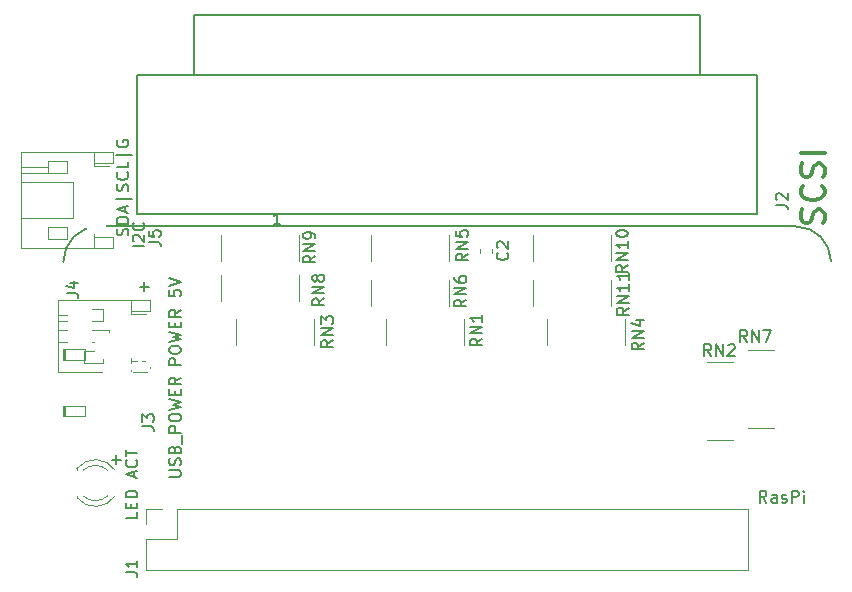
<source format=gto>
G04 #@! TF.GenerationSoftware,KiCad,Pcbnew,(5.1.4-0-10_14)*
G04 #@! TF.CreationDate,2020-05-16T17:54:32+09:00*
G04 #@! TF.ProjectId,scsiemu,73637369-656d-4752-9e6b-696361645f70,rev?*
G04 #@! TF.SameCoordinates,Original*
G04 #@! TF.FileFunction,Legend,Top*
G04 #@! TF.FilePolarity,Positive*
%FSLAX46Y46*%
G04 Gerber Fmt 4.6, Leading zero omitted, Abs format (unit mm)*
G04 Created by KiCad (PCBNEW (5.1.4-0-10_14)) date 2020-05-16 17:54:32*
%MOMM*%
%LPD*%
G04 APERTURE LIST*
%ADD10C,0.150000*%
%ADD11C,0.200000*%
%ADD12C,0.300000*%
%ADD13C,0.120000*%
%ADD14C,0.100000*%
%ADD15C,1.000000*%
%ADD16C,1.100000*%
%ADD17C,0.350000*%
%ADD18C,0.700000*%
%ADD19O,4.352000X6.132000*%
%ADD20C,1.502000*%
%ADD21C,2.302000*%
%ADD22C,1.052000*%
%ADD23R,1.802000X1.802000*%
%ADD24O,1.802000X1.802000*%
%ADD25R,1.902000X1.902000*%
%ADD26C,1.902000*%
%ADD27R,0.532000X0.862000*%
%ADD28R,0.862000X0.532000*%
%ADD29R,2.652000X0.502000*%
%ADD30R,2.102000X2.202000*%
%ADD31R,2.002000X3.102000*%
%ADD32C,1.302000*%
%ADD33O,1.852000X1.302000*%
G04 APERTURE END LIST*
D10*
X107005428Y-100647452D02*
X107005428Y-99885547D01*
X107386380Y-100266500D02*
X106624476Y-100266500D01*
D11*
X102500000Y-83500000D02*
G75*
G02X105500000Y-80500000I3000000J0D01*
G01*
X164500000Y-80500000D02*
G75*
G02X167500000Y-83500000I0J-3000000D01*
G01*
D12*
X166862023Y-80216000D02*
X166957261Y-79930285D01*
X166957261Y-79454095D01*
X166862023Y-79263619D01*
X166766785Y-79168380D01*
X166576309Y-79073142D01*
X166385833Y-79073142D01*
X166195357Y-79168380D01*
X166100119Y-79263619D01*
X166004880Y-79454095D01*
X165909642Y-79835047D01*
X165814404Y-80025523D01*
X165719166Y-80120761D01*
X165528690Y-80216000D01*
X165338214Y-80216000D01*
X165147738Y-80120761D01*
X165052500Y-80025523D01*
X164957261Y-79835047D01*
X164957261Y-79358857D01*
X165052500Y-79073142D01*
X166766785Y-77073142D02*
X166862023Y-77168380D01*
X166957261Y-77454095D01*
X166957261Y-77644571D01*
X166862023Y-77930285D01*
X166671547Y-78120761D01*
X166481071Y-78216000D01*
X166100119Y-78311238D01*
X165814404Y-78311238D01*
X165433452Y-78216000D01*
X165242976Y-78120761D01*
X165052500Y-77930285D01*
X164957261Y-77644571D01*
X164957261Y-77454095D01*
X165052500Y-77168380D01*
X165147738Y-77073142D01*
X166862023Y-76311238D02*
X166957261Y-76025523D01*
X166957261Y-75549333D01*
X166862023Y-75358857D01*
X166766785Y-75263619D01*
X166576309Y-75168380D01*
X166385833Y-75168380D01*
X166195357Y-75263619D01*
X166100119Y-75358857D01*
X166004880Y-75549333D01*
X165909642Y-75930285D01*
X165814404Y-76120761D01*
X165719166Y-76216000D01*
X165528690Y-76311238D01*
X165338214Y-76311238D01*
X165147738Y-76216000D01*
X165052500Y-76120761D01*
X164957261Y-75930285D01*
X164957261Y-75454095D01*
X165052500Y-75168380D01*
X166957261Y-74311238D02*
X164957261Y-74311238D01*
D11*
X164500000Y-80500000D02*
X105500000Y-80500000D01*
D10*
X107973761Y-81263619D02*
X108021380Y-81120761D01*
X108021380Y-80882666D01*
X107973761Y-80787428D01*
X107926142Y-80739809D01*
X107830904Y-80692190D01*
X107735666Y-80692190D01*
X107640428Y-80739809D01*
X107592809Y-80787428D01*
X107545190Y-80882666D01*
X107497571Y-81073142D01*
X107449952Y-81168380D01*
X107402333Y-81216000D01*
X107307095Y-81263619D01*
X107211857Y-81263619D01*
X107116619Y-81216000D01*
X107069000Y-81168380D01*
X107021380Y-81073142D01*
X107021380Y-80835047D01*
X107069000Y-80692190D01*
X108021380Y-80263619D02*
X107021380Y-80263619D01*
X107021380Y-80025523D01*
X107069000Y-79882666D01*
X107164238Y-79787428D01*
X107259476Y-79739809D01*
X107449952Y-79692190D01*
X107592809Y-79692190D01*
X107783285Y-79739809D01*
X107878523Y-79787428D01*
X107973761Y-79882666D01*
X108021380Y-80025523D01*
X108021380Y-80263619D01*
X107735666Y-79311238D02*
X107735666Y-78835047D01*
X108021380Y-79406476D02*
X107021380Y-79073142D01*
X108021380Y-78739809D01*
X108354714Y-78168380D02*
X106926142Y-78168380D01*
X107973761Y-77501714D02*
X108021380Y-77358857D01*
X108021380Y-77120761D01*
X107973761Y-77025523D01*
X107926142Y-76977904D01*
X107830904Y-76930285D01*
X107735666Y-76930285D01*
X107640428Y-76977904D01*
X107592809Y-77025523D01*
X107545190Y-77120761D01*
X107497571Y-77311238D01*
X107449952Y-77406476D01*
X107402333Y-77454095D01*
X107307095Y-77501714D01*
X107211857Y-77501714D01*
X107116619Y-77454095D01*
X107069000Y-77406476D01*
X107021380Y-77311238D01*
X107021380Y-77073142D01*
X107069000Y-76930285D01*
X107926142Y-75930285D02*
X107973761Y-75977904D01*
X108021380Y-76120761D01*
X108021380Y-76216000D01*
X107973761Y-76358857D01*
X107878523Y-76454095D01*
X107783285Y-76501714D01*
X107592809Y-76549333D01*
X107449952Y-76549333D01*
X107259476Y-76501714D01*
X107164238Y-76454095D01*
X107069000Y-76358857D01*
X107021380Y-76216000D01*
X107021380Y-76120761D01*
X107069000Y-75977904D01*
X107116619Y-75930285D01*
X108021380Y-75025523D02*
X108021380Y-75501714D01*
X107021380Y-75501714D01*
X108354714Y-74454095D02*
X106926142Y-74454095D01*
X107069000Y-73216000D02*
X107021380Y-73311238D01*
X107021380Y-73454095D01*
X107069000Y-73596952D01*
X107164238Y-73692190D01*
X107259476Y-73739809D01*
X107449952Y-73787428D01*
X107592809Y-73787428D01*
X107783285Y-73739809D01*
X107878523Y-73692190D01*
X107973761Y-73596952D01*
X108021380Y-73454095D01*
X108021380Y-73358857D01*
X107973761Y-73216000D01*
X107926142Y-73168380D01*
X107592809Y-73168380D01*
X107592809Y-73358857D01*
D11*
X108966047Y-85605928D02*
X109727952Y-85605928D01*
X109347000Y-85986880D02*
X109347000Y-85224976D01*
X120872214Y-80335380D02*
X120300785Y-80335380D01*
X120586500Y-80335380D02*
X120586500Y-79335380D01*
X120491261Y-79478238D01*
X120396023Y-79573476D01*
X120300785Y-79621095D01*
X113600000Y-67691200D02*
X113600000Y-62581200D01*
X156400000Y-67691200D02*
X156400000Y-62581200D01*
X156400000Y-62581200D02*
X113600000Y-62581200D01*
X108775000Y-79451200D02*
X108775000Y-67691200D01*
X161225000Y-79451200D02*
X161225000Y-67691200D01*
X161225000Y-79451200D02*
X108775000Y-79451200D01*
X161225000Y-67691200D02*
X108775000Y-67691200D01*
D13*
X137793000Y-82378733D02*
X137793000Y-82721267D01*
X138813000Y-82378733D02*
X138813000Y-82721267D01*
X109541000Y-109597500D02*
X109541000Y-106997500D01*
X109541000Y-109597500D02*
X160461000Y-109597500D01*
X160461000Y-109597500D02*
X160461000Y-104397500D01*
X112141000Y-104397500D02*
X160461000Y-104397500D01*
X112141000Y-106997500D02*
X112141000Y-104397500D01*
X109541000Y-106997500D02*
X112141000Y-106997500D01*
X109541000Y-104397500D02*
X110871000Y-104397500D01*
X109541000Y-105727500D02*
X109541000Y-104397500D01*
X106891835Y-101156392D02*
G75*
G03X103659500Y-100999484I-1672335J-1078608D01*
G01*
X106891835Y-103313608D02*
G75*
G02X103659500Y-103470516I-1672335J1078608D01*
G01*
X106260630Y-101155163D02*
G75*
G03X104178539Y-101155000I-1041130J-1079837D01*
G01*
X106260630Y-103314837D02*
G75*
G02X104178539Y-103315000I-1041130J1079837D01*
G01*
X103659500Y-100999000D02*
X103659500Y-101155000D01*
X103659500Y-103315000D02*
X103659500Y-103471000D01*
X129859500Y-88308000D02*
X129859500Y-90508000D01*
X136459500Y-88308000D02*
X136459500Y-90508000D01*
X159215000Y-98550000D02*
X157015000Y-98550000D01*
X159215000Y-91950000D02*
X157015000Y-91950000D01*
X117159500Y-88371500D02*
X117159500Y-90571500D01*
X123759500Y-88371500D02*
X123759500Y-90571500D01*
X150048500Y-88308000D02*
X150048500Y-90508000D01*
X143448500Y-88308000D02*
X143448500Y-90508000D01*
X128589500Y-81196000D02*
X128589500Y-83396000D01*
X135189500Y-81196000D02*
X135189500Y-83396000D01*
X135189500Y-85069500D02*
X135189500Y-87269500D01*
X128589500Y-85069500D02*
X128589500Y-87269500D01*
X160444000Y-90934000D02*
X162644000Y-90934000D01*
X160444000Y-97534000D02*
X162644000Y-97534000D01*
X122489500Y-86825000D02*
X122489500Y-84625000D01*
X115889500Y-86825000D02*
X115889500Y-84625000D01*
X115889500Y-83396000D02*
X115889500Y-81196000D01*
X122489500Y-83396000D02*
X122489500Y-81196000D01*
X148842000Y-81196000D02*
X148842000Y-83396000D01*
X142242000Y-81196000D02*
X142242000Y-83396000D01*
X142242000Y-85069500D02*
X142242000Y-87269500D01*
X148842000Y-85069500D02*
X148842000Y-87269500D01*
D14*
X102436000Y-95676000D02*
X102436000Y-96526000D01*
X102436000Y-90926000D02*
X102436000Y-91776000D01*
X102456000Y-95676000D02*
X102456000Y-96526000D01*
X102546000Y-95676000D02*
X102546000Y-96526000D01*
X102546000Y-90926000D02*
X102546000Y-91776000D01*
X102456000Y-90926000D02*
X102456000Y-91776000D01*
X102636000Y-95676000D02*
X102636000Y-96526000D01*
X102636000Y-90926000D02*
X102636000Y-91776000D01*
X104316000Y-95676000D02*
X104316000Y-96526000D01*
X102436000Y-96526000D02*
X104316000Y-96526000D01*
X102436000Y-95676000D02*
X104316000Y-95676000D01*
X104316000Y-90926000D02*
X104316000Y-91776000D01*
X102436000Y-90926000D02*
X104316000Y-90926000D01*
X102436000Y-91776000D02*
X104316000Y-91776000D01*
D13*
X108254500Y-87913000D02*
X108254500Y-87633000D01*
X108254500Y-87633000D02*
X109854500Y-87633000D01*
X109854500Y-87633000D02*
X109854500Y-86713000D01*
X109854500Y-86713000D02*
X102034500Y-86713000D01*
X102034500Y-86713000D02*
X102034500Y-92833000D01*
X102034500Y-92833000D02*
X109854500Y-92833000D01*
X109854500Y-92833000D02*
X109854500Y-91913000D01*
X109854500Y-91913000D02*
X108254500Y-91913000D01*
X108254500Y-91913000D02*
X108254500Y-91633000D01*
X102034500Y-89273000D02*
X106394500Y-89273000D01*
X106394500Y-89273000D02*
X106394500Y-90273000D01*
X106394500Y-90273000D02*
X102034500Y-90273000D01*
X108254500Y-86713000D02*
X108254500Y-87633000D01*
X108254500Y-92833000D02*
X108254500Y-91913000D01*
X105894500Y-87473000D02*
X104294500Y-87473000D01*
X104294500Y-87473000D02*
X104294500Y-88473000D01*
X104294500Y-88473000D02*
X105894500Y-88473000D01*
X105894500Y-88473000D02*
X105894500Y-87473000D01*
X105894500Y-92073000D02*
X104294500Y-92073000D01*
X104294500Y-92073000D02*
X104294500Y-91073000D01*
X104294500Y-91073000D02*
X105894500Y-91073000D01*
X105894500Y-91073000D02*
X105894500Y-92073000D01*
X104294500Y-88473000D02*
X102034500Y-88473000D01*
X104294500Y-87973000D02*
X102034500Y-87973000D01*
X108254500Y-87913000D02*
X109469500Y-87913000D01*
X105143000Y-75403500D02*
X105143000Y-75123500D01*
X105143000Y-75123500D02*
X106743000Y-75123500D01*
X106743000Y-75123500D02*
X106743000Y-74203500D01*
X106743000Y-74203500D02*
X98923000Y-74203500D01*
X98923000Y-74203500D02*
X98923000Y-82323500D01*
X98923000Y-82323500D02*
X106743000Y-82323500D01*
X106743000Y-82323500D02*
X106743000Y-81403500D01*
X106743000Y-81403500D02*
X105143000Y-81403500D01*
X105143000Y-81403500D02*
X105143000Y-81123500D01*
X98923000Y-76763500D02*
X103283000Y-76763500D01*
X103283000Y-76763500D02*
X103283000Y-79763500D01*
X103283000Y-79763500D02*
X98923000Y-79763500D01*
X105143000Y-74203500D02*
X105143000Y-75123500D01*
X105143000Y-82323500D02*
X105143000Y-81403500D01*
X102783000Y-74963500D02*
X101183000Y-74963500D01*
X101183000Y-74963500D02*
X101183000Y-75963500D01*
X101183000Y-75963500D02*
X102783000Y-75963500D01*
X102783000Y-75963500D02*
X102783000Y-74963500D01*
X102783000Y-81563500D02*
X101183000Y-81563500D01*
X101183000Y-81563500D02*
X101183000Y-80563500D01*
X101183000Y-80563500D02*
X102783000Y-80563500D01*
X102783000Y-80563500D02*
X102783000Y-81563500D01*
X101183000Y-75963500D02*
X98923000Y-75963500D01*
X101183000Y-75463500D02*
X98923000Y-75463500D01*
X105143000Y-75403500D02*
X106358000Y-75403500D01*
D10*
X162837880Y-78692333D02*
X163552166Y-78692333D01*
X163695023Y-78739952D01*
X163790261Y-78835190D01*
X163837880Y-78978047D01*
X163837880Y-79073285D01*
X162933119Y-78263761D02*
X162885500Y-78216142D01*
X162837880Y-78120904D01*
X162837880Y-77882809D01*
X162885500Y-77787571D01*
X162933119Y-77739952D01*
X163028357Y-77692333D01*
X163123595Y-77692333D01*
X163266452Y-77739952D01*
X163837880Y-78311380D01*
X163837880Y-77692333D01*
X140090142Y-82716666D02*
X140137761Y-82764285D01*
X140185380Y-82907142D01*
X140185380Y-83002380D01*
X140137761Y-83145238D01*
X140042523Y-83240476D01*
X139947285Y-83288095D01*
X139756809Y-83335714D01*
X139613952Y-83335714D01*
X139423476Y-83288095D01*
X139328238Y-83240476D01*
X139233000Y-83145238D01*
X139185380Y-83002380D01*
X139185380Y-82907142D01*
X139233000Y-82764285D01*
X139280619Y-82716666D01*
X139280619Y-82335714D02*
X139233000Y-82288095D01*
X139185380Y-82192857D01*
X139185380Y-81954761D01*
X139233000Y-81859523D01*
X139280619Y-81811904D01*
X139375857Y-81764285D01*
X139471095Y-81764285D01*
X139613952Y-81811904D01*
X140185380Y-82383333D01*
X140185380Y-81764285D01*
X107783380Y-109807333D02*
X108497666Y-109807333D01*
X108640523Y-109854952D01*
X108735761Y-109950190D01*
X108783380Y-110093047D01*
X108783380Y-110188285D01*
X108783380Y-108807333D02*
X108783380Y-109378761D01*
X108783380Y-109093047D02*
X107783380Y-109093047D01*
X107926238Y-109188285D01*
X108021476Y-109283523D01*
X108069095Y-109378761D01*
X162036285Y-103893880D02*
X161702952Y-103417690D01*
X161464857Y-103893880D02*
X161464857Y-102893880D01*
X161845809Y-102893880D01*
X161941047Y-102941500D01*
X161988666Y-102989119D01*
X162036285Y-103084357D01*
X162036285Y-103227214D01*
X161988666Y-103322452D01*
X161941047Y-103370071D01*
X161845809Y-103417690D01*
X161464857Y-103417690D01*
X162893428Y-103893880D02*
X162893428Y-103370071D01*
X162845809Y-103274833D01*
X162750571Y-103227214D01*
X162560095Y-103227214D01*
X162464857Y-103274833D01*
X162893428Y-103846261D02*
X162798190Y-103893880D01*
X162560095Y-103893880D01*
X162464857Y-103846261D01*
X162417238Y-103751023D01*
X162417238Y-103655785D01*
X162464857Y-103560547D01*
X162560095Y-103512928D01*
X162798190Y-103512928D01*
X162893428Y-103465309D01*
X163322000Y-103846261D02*
X163417238Y-103893880D01*
X163607714Y-103893880D01*
X163702952Y-103846261D01*
X163750571Y-103751023D01*
X163750571Y-103703404D01*
X163702952Y-103608166D01*
X163607714Y-103560547D01*
X163464857Y-103560547D01*
X163369619Y-103512928D01*
X163322000Y-103417690D01*
X163322000Y-103370071D01*
X163369619Y-103274833D01*
X163464857Y-103227214D01*
X163607714Y-103227214D01*
X163702952Y-103274833D01*
X164179142Y-103893880D02*
X164179142Y-102893880D01*
X164560095Y-102893880D01*
X164655333Y-102941500D01*
X164702952Y-102989119D01*
X164750571Y-103084357D01*
X164750571Y-103227214D01*
X164702952Y-103322452D01*
X164655333Y-103370071D01*
X164560095Y-103417690D01*
X164179142Y-103417690D01*
X165179142Y-103893880D02*
X165179142Y-103227214D01*
X165179142Y-102893880D02*
X165131523Y-102941500D01*
X165179142Y-102989119D01*
X165226761Y-102941500D01*
X165179142Y-102893880D01*
X165179142Y-102989119D01*
X108783380Y-104695333D02*
X108783380Y-105171523D01*
X107783380Y-105171523D01*
X108259571Y-104362000D02*
X108259571Y-104028666D01*
X108783380Y-103885809D02*
X108783380Y-104362000D01*
X107783380Y-104362000D01*
X107783380Y-103885809D01*
X108783380Y-103457238D02*
X107783380Y-103457238D01*
X107783380Y-103219142D01*
X107831000Y-103076285D01*
X107926238Y-102981047D01*
X108021476Y-102933428D01*
X108211952Y-102885809D01*
X108354809Y-102885809D01*
X108545285Y-102933428D01*
X108640523Y-102981047D01*
X108735761Y-103076285D01*
X108783380Y-103219142D01*
X108783380Y-103457238D01*
X108497666Y-101742952D02*
X108497666Y-101266761D01*
X108783380Y-101838190D02*
X107783380Y-101504857D01*
X108783380Y-101171523D01*
X108688142Y-100266761D02*
X108735761Y-100314380D01*
X108783380Y-100457238D01*
X108783380Y-100552476D01*
X108735761Y-100695333D01*
X108640523Y-100790571D01*
X108545285Y-100838190D01*
X108354809Y-100885809D01*
X108211952Y-100885809D01*
X108021476Y-100838190D01*
X107926238Y-100790571D01*
X107831000Y-100695333D01*
X107783380Y-100552476D01*
X107783380Y-100457238D01*
X107831000Y-100314380D01*
X107878619Y-100266761D01*
X107783380Y-99981047D02*
X107783380Y-99409619D01*
X108783380Y-99695333D02*
X107783380Y-99695333D01*
X137967980Y-89996876D02*
X137491790Y-90330209D01*
X137967980Y-90568304D02*
X136967980Y-90568304D01*
X136967980Y-90187352D01*
X137015600Y-90092114D01*
X137063219Y-90044495D01*
X137158457Y-89996876D01*
X137301314Y-89996876D01*
X137396552Y-90044495D01*
X137444171Y-90092114D01*
X137491790Y-90187352D01*
X137491790Y-90568304D01*
X137967980Y-89568304D02*
X136967980Y-89568304D01*
X137967980Y-88996876D01*
X136967980Y-88996876D01*
X137967980Y-87996876D02*
X137967980Y-88568304D01*
X137967980Y-88282590D02*
X136967980Y-88282590D01*
X137110838Y-88377828D01*
X137206076Y-88473066D01*
X137253695Y-88568304D01*
X157354523Y-91482380D02*
X157021190Y-91006190D01*
X156783095Y-91482380D02*
X156783095Y-90482380D01*
X157164047Y-90482380D01*
X157259285Y-90530000D01*
X157306904Y-90577619D01*
X157354523Y-90672857D01*
X157354523Y-90815714D01*
X157306904Y-90910952D01*
X157259285Y-90958571D01*
X157164047Y-91006190D01*
X156783095Y-91006190D01*
X157783095Y-91482380D02*
X157783095Y-90482380D01*
X158354523Y-91482380D01*
X158354523Y-90482380D01*
X158783095Y-90577619D02*
X158830714Y-90530000D01*
X158925952Y-90482380D01*
X159164047Y-90482380D01*
X159259285Y-90530000D01*
X159306904Y-90577619D01*
X159354523Y-90672857D01*
X159354523Y-90768095D01*
X159306904Y-90910952D01*
X158735476Y-91482380D01*
X159354523Y-91482380D01*
X125344180Y-90123876D02*
X124867990Y-90457209D01*
X125344180Y-90695304D02*
X124344180Y-90695304D01*
X124344180Y-90314352D01*
X124391800Y-90219114D01*
X124439419Y-90171495D01*
X124534657Y-90123876D01*
X124677514Y-90123876D01*
X124772752Y-90171495D01*
X124820371Y-90219114D01*
X124867990Y-90314352D01*
X124867990Y-90695304D01*
X125344180Y-89695304D02*
X124344180Y-89695304D01*
X125344180Y-89123876D01*
X124344180Y-89123876D01*
X124344180Y-88742923D02*
X124344180Y-88123876D01*
X124725133Y-88457209D01*
X124725133Y-88314352D01*
X124772752Y-88219114D01*
X124820371Y-88171495D01*
X124915609Y-88123876D01*
X125153704Y-88123876D01*
X125248942Y-88171495D01*
X125296561Y-88219114D01*
X125344180Y-88314352D01*
X125344180Y-88600066D01*
X125296561Y-88695304D01*
X125248942Y-88742923D01*
X151633180Y-90352476D02*
X151156990Y-90685809D01*
X151633180Y-90923904D02*
X150633180Y-90923904D01*
X150633180Y-90542952D01*
X150680800Y-90447714D01*
X150728419Y-90400095D01*
X150823657Y-90352476D01*
X150966514Y-90352476D01*
X151061752Y-90400095D01*
X151109371Y-90447714D01*
X151156990Y-90542952D01*
X151156990Y-90923904D01*
X151633180Y-89923904D02*
X150633180Y-89923904D01*
X151633180Y-89352476D01*
X150633180Y-89352476D01*
X150966514Y-88447714D02*
X151633180Y-88447714D01*
X150585561Y-88685809D02*
X151299847Y-88923904D01*
X151299847Y-88304857D01*
X136748780Y-82808676D02*
X136272590Y-83142009D01*
X136748780Y-83380104D02*
X135748780Y-83380104D01*
X135748780Y-82999152D01*
X135796400Y-82903914D01*
X135844019Y-82856295D01*
X135939257Y-82808676D01*
X136082114Y-82808676D01*
X136177352Y-82856295D01*
X136224971Y-82903914D01*
X136272590Y-82999152D01*
X136272590Y-83380104D01*
X136748780Y-82380104D02*
X135748780Y-82380104D01*
X136748780Y-81808676D01*
X135748780Y-81808676D01*
X135748780Y-80856295D02*
X135748780Y-81332485D01*
X136224971Y-81380104D01*
X136177352Y-81332485D01*
X136129733Y-81237247D01*
X136129733Y-80999152D01*
X136177352Y-80903914D01*
X136224971Y-80856295D01*
X136320209Y-80808676D01*
X136558304Y-80808676D01*
X136653542Y-80856295D01*
X136701161Y-80903914D01*
X136748780Y-80999152D01*
X136748780Y-81237247D01*
X136701161Y-81332485D01*
X136653542Y-81380104D01*
X136621780Y-86694876D02*
X136145590Y-87028209D01*
X136621780Y-87266304D02*
X135621780Y-87266304D01*
X135621780Y-86885352D01*
X135669400Y-86790114D01*
X135717019Y-86742495D01*
X135812257Y-86694876D01*
X135955114Y-86694876D01*
X136050352Y-86742495D01*
X136097971Y-86790114D01*
X136145590Y-86885352D01*
X136145590Y-87266304D01*
X136621780Y-86266304D02*
X135621780Y-86266304D01*
X136621780Y-85694876D01*
X135621780Y-85694876D01*
X135621780Y-84790114D02*
X135621780Y-84980590D01*
X135669400Y-85075828D01*
X135717019Y-85123447D01*
X135859876Y-85218685D01*
X136050352Y-85266304D01*
X136431304Y-85266304D01*
X136526542Y-85218685D01*
X136574161Y-85171066D01*
X136621780Y-85075828D01*
X136621780Y-84885352D01*
X136574161Y-84790114D01*
X136526542Y-84742495D01*
X136431304Y-84694876D01*
X136193209Y-84694876D01*
X136097971Y-84742495D01*
X136050352Y-84790114D01*
X136002733Y-84885352D01*
X136002733Y-85075828D01*
X136050352Y-85171066D01*
X136097971Y-85218685D01*
X136193209Y-85266304D01*
X160396323Y-90292180D02*
X160062990Y-89815990D01*
X159824895Y-90292180D02*
X159824895Y-89292180D01*
X160205847Y-89292180D01*
X160301085Y-89339800D01*
X160348704Y-89387419D01*
X160396323Y-89482657D01*
X160396323Y-89625514D01*
X160348704Y-89720752D01*
X160301085Y-89768371D01*
X160205847Y-89815990D01*
X159824895Y-89815990D01*
X160824895Y-90292180D02*
X160824895Y-89292180D01*
X161396323Y-90292180D01*
X161396323Y-89292180D01*
X161777276Y-89292180D02*
X162443942Y-89292180D01*
X162015371Y-90292180D01*
X124594880Y-86605976D02*
X124118690Y-86939309D01*
X124594880Y-87177404D02*
X123594880Y-87177404D01*
X123594880Y-86796452D01*
X123642500Y-86701214D01*
X123690119Y-86653595D01*
X123785357Y-86605976D01*
X123928214Y-86605976D01*
X124023452Y-86653595D01*
X124071071Y-86701214D01*
X124118690Y-86796452D01*
X124118690Y-87177404D01*
X124594880Y-86177404D02*
X123594880Y-86177404D01*
X124594880Y-85605976D01*
X123594880Y-85605976D01*
X124023452Y-84986928D02*
X123975833Y-85082166D01*
X123928214Y-85129785D01*
X123832976Y-85177404D01*
X123785357Y-85177404D01*
X123690119Y-85129785D01*
X123642500Y-85082166D01*
X123594880Y-84986928D01*
X123594880Y-84796452D01*
X123642500Y-84701214D01*
X123690119Y-84653595D01*
X123785357Y-84605976D01*
X123832976Y-84605976D01*
X123928214Y-84653595D01*
X123975833Y-84701214D01*
X124023452Y-84796452D01*
X124023452Y-84986928D01*
X124071071Y-85082166D01*
X124118690Y-85129785D01*
X124213928Y-85177404D01*
X124404404Y-85177404D01*
X124499642Y-85129785D01*
X124547261Y-85082166D01*
X124594880Y-84986928D01*
X124594880Y-84796452D01*
X124547261Y-84701214D01*
X124499642Y-84653595D01*
X124404404Y-84605976D01*
X124213928Y-84605976D01*
X124118690Y-84653595D01*
X124071071Y-84701214D01*
X124023452Y-84796452D01*
X123832880Y-82986476D02*
X123356690Y-83319809D01*
X123832880Y-83557904D02*
X122832880Y-83557904D01*
X122832880Y-83176952D01*
X122880500Y-83081714D01*
X122928119Y-83034095D01*
X123023357Y-82986476D01*
X123166214Y-82986476D01*
X123261452Y-83034095D01*
X123309071Y-83081714D01*
X123356690Y-83176952D01*
X123356690Y-83557904D01*
X123832880Y-82557904D02*
X122832880Y-82557904D01*
X123832880Y-81986476D01*
X122832880Y-81986476D01*
X123832880Y-81462666D02*
X123832880Y-81272190D01*
X123785261Y-81176952D01*
X123737642Y-81129333D01*
X123594785Y-81034095D01*
X123404309Y-80986476D01*
X123023357Y-80986476D01*
X122928119Y-81034095D01*
X122880500Y-81081714D01*
X122832880Y-81176952D01*
X122832880Y-81367428D01*
X122880500Y-81462666D01*
X122928119Y-81510285D01*
X123023357Y-81557904D01*
X123261452Y-81557904D01*
X123356690Y-81510285D01*
X123404309Y-81462666D01*
X123451928Y-81367428D01*
X123451928Y-81176952D01*
X123404309Y-81081714D01*
X123356690Y-81034095D01*
X123261452Y-80986476D01*
X150312380Y-83780166D02*
X149836190Y-84113500D01*
X150312380Y-84351595D02*
X149312380Y-84351595D01*
X149312380Y-83970642D01*
X149360000Y-83875404D01*
X149407619Y-83827785D01*
X149502857Y-83780166D01*
X149645714Y-83780166D01*
X149740952Y-83827785D01*
X149788571Y-83875404D01*
X149836190Y-83970642D01*
X149836190Y-84351595D01*
X150312380Y-83351595D02*
X149312380Y-83351595D01*
X150312380Y-82780166D01*
X149312380Y-82780166D01*
X150312380Y-81780166D02*
X150312380Y-82351595D01*
X150312380Y-82065880D02*
X149312380Y-82065880D01*
X149455238Y-82161119D01*
X149550476Y-82256357D01*
X149598095Y-82351595D01*
X149312380Y-81161119D02*
X149312380Y-81065880D01*
X149360000Y-80970642D01*
X149407619Y-80923023D01*
X149502857Y-80875404D01*
X149693333Y-80827785D01*
X149931428Y-80827785D01*
X150121904Y-80875404D01*
X150217142Y-80923023D01*
X150264761Y-80970642D01*
X150312380Y-81065880D01*
X150312380Y-81161119D01*
X150264761Y-81256357D01*
X150217142Y-81303976D01*
X150121904Y-81351595D01*
X149931428Y-81399214D01*
X149693333Y-81399214D01*
X149502857Y-81351595D01*
X149407619Y-81303976D01*
X149360000Y-81256357D01*
X149312380Y-81161119D01*
X150375880Y-87399666D02*
X149899690Y-87733000D01*
X150375880Y-87971095D02*
X149375880Y-87971095D01*
X149375880Y-87590142D01*
X149423500Y-87494904D01*
X149471119Y-87447285D01*
X149566357Y-87399666D01*
X149709214Y-87399666D01*
X149804452Y-87447285D01*
X149852071Y-87494904D01*
X149899690Y-87590142D01*
X149899690Y-87971095D01*
X150375880Y-86971095D02*
X149375880Y-86971095D01*
X150375880Y-86399666D01*
X149375880Y-86399666D01*
X150375880Y-85399666D02*
X150375880Y-85971095D01*
X150375880Y-85685380D02*
X149375880Y-85685380D01*
X149518738Y-85780619D01*
X149613976Y-85875857D01*
X149661595Y-85971095D01*
X150375880Y-84447285D02*
X150375880Y-85018714D01*
X150375880Y-84733000D02*
X149375880Y-84733000D01*
X149518738Y-84828238D01*
X149613976Y-84923476D01*
X149661595Y-85018714D01*
X109180380Y-97424833D02*
X109894666Y-97424833D01*
X110037523Y-97472452D01*
X110132761Y-97567690D01*
X110180380Y-97710547D01*
X110180380Y-97805785D01*
X109180380Y-97043880D02*
X109180380Y-96424833D01*
X109561333Y-96758166D01*
X109561333Y-96615309D01*
X109608952Y-96520071D01*
X109656571Y-96472452D01*
X109751809Y-96424833D01*
X109989904Y-96424833D01*
X110085142Y-96472452D01*
X110132761Y-96520071D01*
X110180380Y-96615309D01*
X110180380Y-96901023D01*
X110132761Y-96996261D01*
X110085142Y-97043880D01*
X111466380Y-101726476D02*
X112275904Y-101726476D01*
X112371142Y-101678857D01*
X112418761Y-101631238D01*
X112466380Y-101536000D01*
X112466380Y-101345523D01*
X112418761Y-101250285D01*
X112371142Y-101202666D01*
X112275904Y-101155047D01*
X111466380Y-101155047D01*
X112418761Y-100726476D02*
X112466380Y-100583619D01*
X112466380Y-100345523D01*
X112418761Y-100250285D01*
X112371142Y-100202666D01*
X112275904Y-100155047D01*
X112180666Y-100155047D01*
X112085428Y-100202666D01*
X112037809Y-100250285D01*
X111990190Y-100345523D01*
X111942571Y-100536000D01*
X111894952Y-100631238D01*
X111847333Y-100678857D01*
X111752095Y-100726476D01*
X111656857Y-100726476D01*
X111561619Y-100678857D01*
X111514000Y-100631238D01*
X111466380Y-100536000D01*
X111466380Y-100297904D01*
X111514000Y-100155047D01*
X111942571Y-99393142D02*
X111990190Y-99250285D01*
X112037809Y-99202666D01*
X112133047Y-99155047D01*
X112275904Y-99155047D01*
X112371142Y-99202666D01*
X112418761Y-99250285D01*
X112466380Y-99345523D01*
X112466380Y-99726476D01*
X111466380Y-99726476D01*
X111466380Y-99393142D01*
X111514000Y-99297904D01*
X111561619Y-99250285D01*
X111656857Y-99202666D01*
X111752095Y-99202666D01*
X111847333Y-99250285D01*
X111894952Y-99297904D01*
X111942571Y-99393142D01*
X111942571Y-99726476D01*
X112561619Y-98964571D02*
X112561619Y-98202666D01*
X112466380Y-97964571D02*
X111466380Y-97964571D01*
X111466380Y-97583619D01*
X111514000Y-97488380D01*
X111561619Y-97440761D01*
X111656857Y-97393142D01*
X111799714Y-97393142D01*
X111894952Y-97440761D01*
X111942571Y-97488380D01*
X111990190Y-97583619D01*
X111990190Y-97964571D01*
X111466380Y-96774095D02*
X111466380Y-96583619D01*
X111514000Y-96488380D01*
X111609238Y-96393142D01*
X111799714Y-96345523D01*
X112133047Y-96345523D01*
X112323523Y-96393142D01*
X112418761Y-96488380D01*
X112466380Y-96583619D01*
X112466380Y-96774095D01*
X112418761Y-96869333D01*
X112323523Y-96964571D01*
X112133047Y-97012190D01*
X111799714Y-97012190D01*
X111609238Y-96964571D01*
X111514000Y-96869333D01*
X111466380Y-96774095D01*
X111466380Y-96012190D02*
X112466380Y-95774095D01*
X111752095Y-95583619D01*
X112466380Y-95393142D01*
X111466380Y-95155047D01*
X111942571Y-94774095D02*
X111942571Y-94440761D01*
X112466380Y-94297904D02*
X112466380Y-94774095D01*
X111466380Y-94774095D01*
X111466380Y-94297904D01*
X112466380Y-93297904D02*
X111990190Y-93631238D01*
X112466380Y-93869333D02*
X111466380Y-93869333D01*
X111466380Y-93488380D01*
X111514000Y-93393142D01*
X111561619Y-93345523D01*
X111656857Y-93297904D01*
X111799714Y-93297904D01*
X111894952Y-93345523D01*
X111942571Y-93393142D01*
X111990190Y-93488380D01*
X111990190Y-93869333D01*
X102779580Y-86185333D02*
X103493866Y-86185333D01*
X103636723Y-86232952D01*
X103731961Y-86328190D01*
X103779580Y-86471047D01*
X103779580Y-86566285D01*
X103112914Y-85280571D02*
X103779580Y-85280571D01*
X102731961Y-85518666D02*
X103446247Y-85756761D01*
X103446247Y-85137714D01*
X112466380Y-92241238D02*
X111466380Y-92241238D01*
X111466380Y-91860285D01*
X111514000Y-91765047D01*
X111561619Y-91717428D01*
X111656857Y-91669809D01*
X111799714Y-91669809D01*
X111894952Y-91717428D01*
X111942571Y-91765047D01*
X111990190Y-91860285D01*
X111990190Y-92241238D01*
X111466380Y-91050761D02*
X111466380Y-90860285D01*
X111514000Y-90765047D01*
X111609238Y-90669809D01*
X111799714Y-90622190D01*
X112133047Y-90622190D01*
X112323523Y-90669809D01*
X112418761Y-90765047D01*
X112466380Y-90860285D01*
X112466380Y-91050761D01*
X112418761Y-91146000D01*
X112323523Y-91241238D01*
X112133047Y-91288857D01*
X111799714Y-91288857D01*
X111609238Y-91241238D01*
X111514000Y-91146000D01*
X111466380Y-91050761D01*
X111466380Y-90288857D02*
X112466380Y-90050761D01*
X111752095Y-89860285D01*
X112466380Y-89669809D01*
X111466380Y-89431714D01*
X111942571Y-89050761D02*
X111942571Y-88717428D01*
X112466380Y-88574571D02*
X112466380Y-89050761D01*
X111466380Y-89050761D01*
X111466380Y-88574571D01*
X112466380Y-87574571D02*
X111990190Y-87907904D01*
X112466380Y-88146000D02*
X111466380Y-88146000D01*
X111466380Y-87765047D01*
X111514000Y-87669809D01*
X111561619Y-87622190D01*
X111656857Y-87574571D01*
X111799714Y-87574571D01*
X111894952Y-87622190D01*
X111942571Y-87669809D01*
X111990190Y-87765047D01*
X111990190Y-88146000D01*
X111466380Y-85907904D02*
X111466380Y-86384095D01*
X111942571Y-86431714D01*
X111894952Y-86384095D01*
X111847333Y-86288857D01*
X111847333Y-86050761D01*
X111894952Y-85955523D01*
X111942571Y-85907904D01*
X112037809Y-85860285D01*
X112275904Y-85860285D01*
X112371142Y-85907904D01*
X112418761Y-85955523D01*
X112466380Y-86050761D01*
X112466380Y-86288857D01*
X112418761Y-86384095D01*
X112371142Y-86431714D01*
X111466380Y-85574571D02*
X112466380Y-85241238D01*
X111466380Y-84907904D01*
X109739180Y-81816533D02*
X110453466Y-81816533D01*
X110596323Y-81864152D01*
X110691561Y-81959390D01*
X110739180Y-82102247D01*
X110739180Y-82197485D01*
X109739180Y-80864152D02*
X109739180Y-81340342D01*
X110215371Y-81387961D01*
X110167752Y-81340342D01*
X110120133Y-81245104D01*
X110120133Y-81007009D01*
X110167752Y-80911771D01*
X110215371Y-80864152D01*
X110310609Y-80816533D01*
X110548704Y-80816533D01*
X110643942Y-80864152D01*
X110691561Y-80911771D01*
X110739180Y-81007009D01*
X110739180Y-81245104D01*
X110691561Y-81340342D01*
X110643942Y-81387961D01*
X109367580Y-82205390D02*
X108367580Y-82205390D01*
X108462819Y-81776819D02*
X108415200Y-81729200D01*
X108367580Y-81633961D01*
X108367580Y-81395866D01*
X108415200Y-81300628D01*
X108462819Y-81253009D01*
X108558057Y-81205390D01*
X108653295Y-81205390D01*
X108796152Y-81253009D01*
X109367580Y-81824438D01*
X109367580Y-81205390D01*
X109272342Y-80205390D02*
X109319961Y-80253009D01*
X109367580Y-80395866D01*
X109367580Y-80491104D01*
X109319961Y-80633961D01*
X109224723Y-80729200D01*
X109129485Y-80776819D01*
X108939009Y-80824438D01*
X108796152Y-80824438D01*
X108605676Y-80776819D01*
X108510438Y-80729200D01*
X108415200Y-80633961D01*
X108367580Y-80491104D01*
X108367580Y-80395866D01*
X108415200Y-80253009D01*
X108462819Y-80205390D01*
%LPC*%
D15*
X110204250Y-92964000D02*
X110140750Y-92964000D01*
D16*
X110045500Y-94043500D02*
X110045500Y-94297500D01*
X110045500Y-91630500D02*
X110045500Y-91884500D01*
D17*
X108966000Y-92176600D02*
X108966000Y-90906600D01*
X108712000Y-92430600D02*
X108966000Y-92176600D01*
X107391200Y-92430600D02*
X108712000Y-92430600D01*
X109270800Y-95021400D02*
X107492800Y-95021400D01*
X109270800Y-95351600D02*
X109270800Y-95072200D01*
X109270800Y-95021400D02*
X109880400Y-95631000D01*
D18*
X109093000Y-95680000D02*
X109918500Y-95680000D01*
D19*
X158240000Y-75258700D03*
X111760000Y-75258700D03*
D20*
X119760000Y-74371200D03*
X121030000Y-76271200D03*
X121030000Y-72471200D03*
X148970000Y-72471200D03*
X150240000Y-74371200D03*
X148970000Y-76271200D03*
X119760000Y-78171200D03*
X150240000Y-78171200D03*
X147700000Y-78171200D03*
X145160000Y-78171200D03*
X142620000Y-78171200D03*
X140080000Y-78171200D03*
X137540000Y-78171200D03*
X136270000Y-76271200D03*
X138810000Y-76271200D03*
X141350000Y-76271200D03*
X143890000Y-76271200D03*
X146430000Y-76271200D03*
X146430000Y-72471200D03*
X143890000Y-72471200D03*
X141350000Y-72471200D03*
X138810000Y-72471200D03*
X136270000Y-72471200D03*
X147700000Y-74371200D03*
X145160000Y-74371200D03*
X142620000Y-74371200D03*
X140080000Y-74371200D03*
X137540000Y-74371200D03*
X131190000Y-72471200D03*
X128650000Y-72471200D03*
X126110000Y-72471200D03*
X123570000Y-72471200D03*
X122300000Y-78171200D03*
X124840000Y-78171200D03*
X127380000Y-78171200D03*
X129920000Y-78171200D03*
X132460000Y-78171200D03*
X135000000Y-78171200D03*
X133730000Y-72471200D03*
X122300000Y-74371200D03*
X123570000Y-76271200D03*
X124840000Y-74371200D03*
X126110000Y-76271200D03*
X127380000Y-74371200D03*
X128650000Y-76271200D03*
X129920000Y-74371200D03*
X131190000Y-76271200D03*
X132460000Y-74371200D03*
X133730000Y-76271200D03*
X135000000Y-74371200D03*
D21*
X164000000Y-84000000D03*
X106000000Y-84000000D03*
X106000000Y-107000000D03*
X164000000Y-107000000D03*
X165000000Y-71400000D03*
D14*
G36*
X138591779Y-82850266D02*
G01*
X138617309Y-82854053D01*
X138642345Y-82860325D01*
X138666646Y-82869020D01*
X138689977Y-82880055D01*
X138712115Y-82893323D01*
X138732845Y-82908698D01*
X138751969Y-82926031D01*
X138769302Y-82945155D01*
X138784677Y-82965885D01*
X138797945Y-82988023D01*
X138808980Y-83011354D01*
X138817675Y-83035655D01*
X138823947Y-83060691D01*
X138827734Y-83086221D01*
X138829000Y-83112000D01*
X138829000Y-83738000D01*
X138827734Y-83763779D01*
X138823947Y-83789309D01*
X138817675Y-83814345D01*
X138808980Y-83838646D01*
X138797945Y-83861977D01*
X138784677Y-83884115D01*
X138769302Y-83904845D01*
X138751969Y-83923969D01*
X138732845Y-83941302D01*
X138712115Y-83956677D01*
X138689977Y-83969945D01*
X138666646Y-83980980D01*
X138642345Y-83989675D01*
X138617309Y-83995947D01*
X138591779Y-83999734D01*
X138566000Y-84001000D01*
X138040000Y-84001000D01*
X138014221Y-83999734D01*
X137988691Y-83995947D01*
X137963655Y-83989675D01*
X137939354Y-83980980D01*
X137916023Y-83969945D01*
X137893885Y-83956677D01*
X137873155Y-83941302D01*
X137854031Y-83923969D01*
X137836698Y-83904845D01*
X137821323Y-83884115D01*
X137808055Y-83861977D01*
X137797020Y-83838646D01*
X137788325Y-83814345D01*
X137782053Y-83789309D01*
X137778266Y-83763779D01*
X137777000Y-83738000D01*
X137777000Y-83112000D01*
X137778266Y-83086221D01*
X137782053Y-83060691D01*
X137788325Y-83035655D01*
X137797020Y-83011354D01*
X137808055Y-82988023D01*
X137821323Y-82965885D01*
X137836698Y-82945155D01*
X137854031Y-82926031D01*
X137873155Y-82908698D01*
X137893885Y-82893323D01*
X137916023Y-82880055D01*
X137939354Y-82869020D01*
X137963655Y-82860325D01*
X137988691Y-82854053D01*
X138014221Y-82850266D01*
X138040000Y-82849000D01*
X138566000Y-82849000D01*
X138591779Y-82850266D01*
X138591779Y-82850266D01*
G37*
D22*
X138303000Y-83425000D03*
D14*
G36*
X138591779Y-81100266D02*
G01*
X138617309Y-81104053D01*
X138642345Y-81110325D01*
X138666646Y-81119020D01*
X138689977Y-81130055D01*
X138712115Y-81143323D01*
X138732845Y-81158698D01*
X138751969Y-81176031D01*
X138769302Y-81195155D01*
X138784677Y-81215885D01*
X138797945Y-81238023D01*
X138808980Y-81261354D01*
X138817675Y-81285655D01*
X138823947Y-81310691D01*
X138827734Y-81336221D01*
X138829000Y-81362000D01*
X138829000Y-81988000D01*
X138827734Y-82013779D01*
X138823947Y-82039309D01*
X138817675Y-82064345D01*
X138808980Y-82088646D01*
X138797945Y-82111977D01*
X138784677Y-82134115D01*
X138769302Y-82154845D01*
X138751969Y-82173969D01*
X138732845Y-82191302D01*
X138712115Y-82206677D01*
X138689977Y-82219945D01*
X138666646Y-82230980D01*
X138642345Y-82239675D01*
X138617309Y-82245947D01*
X138591779Y-82249734D01*
X138566000Y-82251000D01*
X138040000Y-82251000D01*
X138014221Y-82249734D01*
X137988691Y-82245947D01*
X137963655Y-82239675D01*
X137939354Y-82230980D01*
X137916023Y-82219945D01*
X137893885Y-82206677D01*
X137873155Y-82191302D01*
X137854031Y-82173969D01*
X137836698Y-82154845D01*
X137821323Y-82134115D01*
X137808055Y-82111977D01*
X137797020Y-82088646D01*
X137788325Y-82064345D01*
X137782053Y-82039309D01*
X137778266Y-82013779D01*
X137777000Y-81988000D01*
X137777000Y-81362000D01*
X137778266Y-81336221D01*
X137782053Y-81310691D01*
X137788325Y-81285655D01*
X137797020Y-81261354D01*
X137808055Y-81238023D01*
X137821323Y-81215885D01*
X137836698Y-81195155D01*
X137854031Y-81176031D01*
X137873155Y-81158698D01*
X137893885Y-81143323D01*
X137916023Y-81130055D01*
X137939354Y-81119020D01*
X137963655Y-81110325D01*
X137988691Y-81104053D01*
X138014221Y-81100266D01*
X138040000Y-81099000D01*
X138566000Y-81099000D01*
X138591779Y-81100266D01*
X138591779Y-81100266D01*
G37*
D22*
X138303000Y-81675000D03*
D23*
X110871000Y-105727500D03*
D24*
X110871000Y-108267500D03*
X113411000Y-105727500D03*
X113411000Y-108267500D03*
X115951000Y-105727500D03*
X115951000Y-108267500D03*
X118491000Y-105727500D03*
X118491000Y-108267500D03*
X121031000Y-105727500D03*
X121031000Y-108267500D03*
X123571000Y-105727500D03*
X123571000Y-108267500D03*
X126111000Y-105727500D03*
X126111000Y-108267500D03*
X128651000Y-105727500D03*
X128651000Y-108267500D03*
X131191000Y-105727500D03*
X131191000Y-108267500D03*
X133731000Y-105727500D03*
X133731000Y-108267500D03*
X136271000Y-105727500D03*
X136271000Y-108267500D03*
X138811000Y-105727500D03*
X138811000Y-108267500D03*
X141351000Y-105727500D03*
X141351000Y-108267500D03*
X143891000Y-105727500D03*
X143891000Y-108267500D03*
X146431000Y-105727500D03*
X146431000Y-108267500D03*
X148971000Y-105727500D03*
X148971000Y-108267500D03*
X151511000Y-105727500D03*
X151511000Y-108267500D03*
X154051000Y-105727500D03*
X154051000Y-108267500D03*
X156591000Y-105727500D03*
X156591000Y-108267500D03*
X159131000Y-105727500D03*
X159131000Y-108267500D03*
D25*
X103949500Y-102235000D03*
D26*
X106489500Y-102235000D03*
D27*
X135159500Y-88648000D03*
X135959500Y-88648000D03*
X130359500Y-88648000D03*
X131159500Y-88648000D03*
X131159500Y-90168000D03*
X130359500Y-90168000D03*
X135959500Y-90168000D03*
X135159500Y-90168000D03*
X131959500Y-88648000D03*
X134359500Y-88648000D03*
X134359500Y-90168000D03*
X131959500Y-90168000D03*
X133559500Y-88648000D03*
X133559500Y-90168000D03*
X132759500Y-88648000D03*
X132759500Y-90168000D03*
D28*
X157355000Y-94850000D03*
X158875000Y-94850000D03*
X157355000Y-95650000D03*
X158875000Y-95650000D03*
X157355000Y-94050000D03*
X157355000Y-96450000D03*
X158875000Y-96450000D03*
X158875000Y-94050000D03*
X157355000Y-97250000D03*
X157355000Y-98050000D03*
X157355000Y-92450000D03*
X157355000Y-93250000D03*
X158875000Y-93250000D03*
X158875000Y-92450000D03*
X158875000Y-98050000D03*
X158875000Y-97250000D03*
D27*
X122459500Y-88711500D03*
X123259500Y-88711500D03*
X117659500Y-88711500D03*
X118459500Y-88711500D03*
X118459500Y-90231500D03*
X117659500Y-90231500D03*
X123259500Y-90231500D03*
X122459500Y-90231500D03*
X119259500Y-88711500D03*
X121659500Y-88711500D03*
X121659500Y-90231500D03*
X119259500Y-90231500D03*
X120859500Y-88711500D03*
X120859500Y-90231500D03*
X120059500Y-88711500D03*
X120059500Y-90231500D03*
X146348500Y-90168000D03*
X146348500Y-88648000D03*
X147148500Y-90168000D03*
X147148500Y-88648000D03*
X145548500Y-90168000D03*
X147948500Y-90168000D03*
X147948500Y-88648000D03*
X145548500Y-88648000D03*
X148748500Y-90168000D03*
X149548500Y-90168000D03*
X143948500Y-90168000D03*
X144748500Y-90168000D03*
X144748500Y-88648000D03*
X143948500Y-88648000D03*
X149548500Y-88648000D03*
X148748500Y-88648000D03*
X133889500Y-81536000D03*
X134689500Y-81536000D03*
X129089500Y-81536000D03*
X129889500Y-81536000D03*
X129889500Y-83056000D03*
X129089500Y-83056000D03*
X134689500Y-83056000D03*
X133889500Y-83056000D03*
X130689500Y-81536000D03*
X133089500Y-81536000D03*
X133089500Y-83056000D03*
X130689500Y-83056000D03*
X132289500Y-81536000D03*
X132289500Y-83056000D03*
X131489500Y-81536000D03*
X131489500Y-83056000D03*
X131489500Y-86929500D03*
X131489500Y-85409500D03*
X132289500Y-86929500D03*
X132289500Y-85409500D03*
X130689500Y-86929500D03*
X133089500Y-86929500D03*
X133089500Y-85409500D03*
X130689500Y-85409500D03*
X133889500Y-86929500D03*
X134689500Y-86929500D03*
X129089500Y-86929500D03*
X129889500Y-86929500D03*
X129889500Y-85409500D03*
X129089500Y-85409500D03*
X134689500Y-85409500D03*
X133889500Y-85409500D03*
D28*
X162304000Y-94634000D03*
X160784000Y-94634000D03*
X162304000Y-93834000D03*
X160784000Y-93834000D03*
X162304000Y-95434000D03*
X162304000Y-93034000D03*
X160784000Y-93034000D03*
X160784000Y-95434000D03*
X162304000Y-92234000D03*
X162304000Y-91434000D03*
X162304000Y-97034000D03*
X162304000Y-96234000D03*
X160784000Y-96234000D03*
X160784000Y-97034000D03*
X160784000Y-91434000D03*
X160784000Y-92234000D03*
D27*
X117189500Y-86485000D03*
X116389500Y-86485000D03*
X121989500Y-86485000D03*
X121189500Y-86485000D03*
X121189500Y-84965000D03*
X121989500Y-84965000D03*
X116389500Y-84965000D03*
X117189500Y-84965000D03*
X120389500Y-86485000D03*
X117989500Y-86485000D03*
X117989500Y-84965000D03*
X120389500Y-84965000D03*
X118789500Y-86485000D03*
X118789500Y-84965000D03*
X119589500Y-86485000D03*
X119589500Y-84965000D03*
X119589500Y-81536000D03*
X119589500Y-83056000D03*
X118789500Y-81536000D03*
X118789500Y-83056000D03*
X120389500Y-81536000D03*
X117989500Y-81536000D03*
X117989500Y-83056000D03*
X120389500Y-83056000D03*
X117189500Y-81536000D03*
X116389500Y-81536000D03*
X121989500Y-81536000D03*
X121189500Y-81536000D03*
X121189500Y-83056000D03*
X121989500Y-83056000D03*
X116389500Y-83056000D03*
X117189500Y-83056000D03*
X145142000Y-83056000D03*
X145142000Y-81536000D03*
X145942000Y-83056000D03*
X145942000Y-81536000D03*
X144342000Y-83056000D03*
X146742000Y-83056000D03*
X146742000Y-81536000D03*
X144342000Y-81536000D03*
X147542000Y-83056000D03*
X148342000Y-83056000D03*
X142742000Y-83056000D03*
X143542000Y-83056000D03*
X143542000Y-81536000D03*
X142742000Y-81536000D03*
X148342000Y-81536000D03*
X147542000Y-81536000D03*
X147542000Y-85409500D03*
X148342000Y-85409500D03*
X142742000Y-85409500D03*
X143542000Y-85409500D03*
X143542000Y-86929500D03*
X142742000Y-86929500D03*
X148342000Y-86929500D03*
X147542000Y-86929500D03*
X144342000Y-85409500D03*
X146742000Y-85409500D03*
X146742000Y-86929500D03*
X144342000Y-86929500D03*
X145942000Y-85409500D03*
X145942000Y-86929500D03*
X145142000Y-85409500D03*
X145142000Y-86929500D03*
D21*
X105000000Y-71400000D03*
D29*
X107161000Y-93076000D03*
X107161000Y-92426000D03*
X107161000Y-95026000D03*
X107161000Y-94376000D03*
X107161000Y-93726000D03*
D30*
X106236000Y-96826000D03*
X106236000Y-90626000D03*
D31*
X103886000Y-88926000D03*
X103886000Y-98526000D03*
D14*
G36*
X109075838Y-88123306D02*
G01*
X109102169Y-88127212D01*
X109127990Y-88133680D01*
X109153053Y-88142648D01*
X109177117Y-88154029D01*
X109199949Y-88167714D01*
X109221330Y-88183571D01*
X109241053Y-88201447D01*
X109258929Y-88221170D01*
X109274786Y-88242551D01*
X109288471Y-88265383D01*
X109299852Y-88289447D01*
X109308820Y-88314510D01*
X109315288Y-88340331D01*
X109319194Y-88366662D01*
X109320500Y-88393249D01*
X109320500Y-89152751D01*
X109319194Y-89179338D01*
X109315288Y-89205669D01*
X109308820Y-89231490D01*
X109299852Y-89256553D01*
X109288471Y-89280617D01*
X109274786Y-89303449D01*
X109258929Y-89324830D01*
X109241053Y-89344553D01*
X109221330Y-89362429D01*
X109199949Y-89378286D01*
X109177117Y-89391971D01*
X109153053Y-89403352D01*
X109127990Y-89412320D01*
X109102169Y-89418788D01*
X109075838Y-89422694D01*
X109049251Y-89424000D01*
X107739749Y-89424000D01*
X107713162Y-89422694D01*
X107686831Y-89418788D01*
X107661010Y-89412320D01*
X107635947Y-89403352D01*
X107611883Y-89391971D01*
X107589051Y-89378286D01*
X107567670Y-89362429D01*
X107547947Y-89344553D01*
X107530071Y-89324830D01*
X107514214Y-89303449D01*
X107500529Y-89280617D01*
X107489148Y-89256553D01*
X107480180Y-89231490D01*
X107473712Y-89205669D01*
X107469806Y-89179338D01*
X107468500Y-89152751D01*
X107468500Y-88393249D01*
X107469806Y-88366662D01*
X107473712Y-88340331D01*
X107480180Y-88314510D01*
X107489148Y-88289447D01*
X107500529Y-88265383D01*
X107514214Y-88242551D01*
X107530071Y-88221170D01*
X107547947Y-88201447D01*
X107567670Y-88183571D01*
X107589051Y-88167714D01*
X107611883Y-88154029D01*
X107635947Y-88142648D01*
X107661010Y-88133680D01*
X107686831Y-88127212D01*
X107713162Y-88123306D01*
X107739749Y-88122000D01*
X109049251Y-88122000D01*
X109075838Y-88123306D01*
X109075838Y-88123306D01*
G37*
D32*
X108394500Y-88773000D03*
D33*
X108394500Y-90773000D03*
D14*
G36*
X105964338Y-75613806D02*
G01*
X105990669Y-75617712D01*
X106016490Y-75624180D01*
X106041553Y-75633148D01*
X106065617Y-75644529D01*
X106088449Y-75658214D01*
X106109830Y-75674071D01*
X106129553Y-75691947D01*
X106147429Y-75711670D01*
X106163286Y-75733051D01*
X106176971Y-75755883D01*
X106188352Y-75779947D01*
X106197320Y-75805010D01*
X106203788Y-75830831D01*
X106207694Y-75857162D01*
X106209000Y-75883749D01*
X106209000Y-76643251D01*
X106207694Y-76669838D01*
X106203788Y-76696169D01*
X106197320Y-76721990D01*
X106188352Y-76747053D01*
X106176971Y-76771117D01*
X106163286Y-76793949D01*
X106147429Y-76815330D01*
X106129553Y-76835053D01*
X106109830Y-76852929D01*
X106088449Y-76868786D01*
X106065617Y-76882471D01*
X106041553Y-76893852D01*
X106016490Y-76902820D01*
X105990669Y-76909288D01*
X105964338Y-76913194D01*
X105937751Y-76914500D01*
X104628249Y-76914500D01*
X104601662Y-76913194D01*
X104575331Y-76909288D01*
X104549510Y-76902820D01*
X104524447Y-76893852D01*
X104500383Y-76882471D01*
X104477551Y-76868786D01*
X104456170Y-76852929D01*
X104436447Y-76835053D01*
X104418571Y-76815330D01*
X104402714Y-76793949D01*
X104389029Y-76771117D01*
X104377648Y-76747053D01*
X104368680Y-76721990D01*
X104362212Y-76696169D01*
X104358306Y-76669838D01*
X104357000Y-76643251D01*
X104357000Y-75883749D01*
X104358306Y-75857162D01*
X104362212Y-75830831D01*
X104368680Y-75805010D01*
X104377648Y-75779947D01*
X104389029Y-75755883D01*
X104402714Y-75733051D01*
X104418571Y-75711670D01*
X104436447Y-75691947D01*
X104456170Y-75674071D01*
X104477551Y-75658214D01*
X104500383Y-75644529D01*
X104524447Y-75633148D01*
X104549510Y-75624180D01*
X104575331Y-75617712D01*
X104601662Y-75613806D01*
X104628249Y-75612500D01*
X105937751Y-75612500D01*
X105964338Y-75613806D01*
X105964338Y-75613806D01*
G37*
D32*
X105283000Y-76263500D03*
D33*
X105283000Y-78263500D03*
X105283000Y-80263500D03*
M02*

</source>
